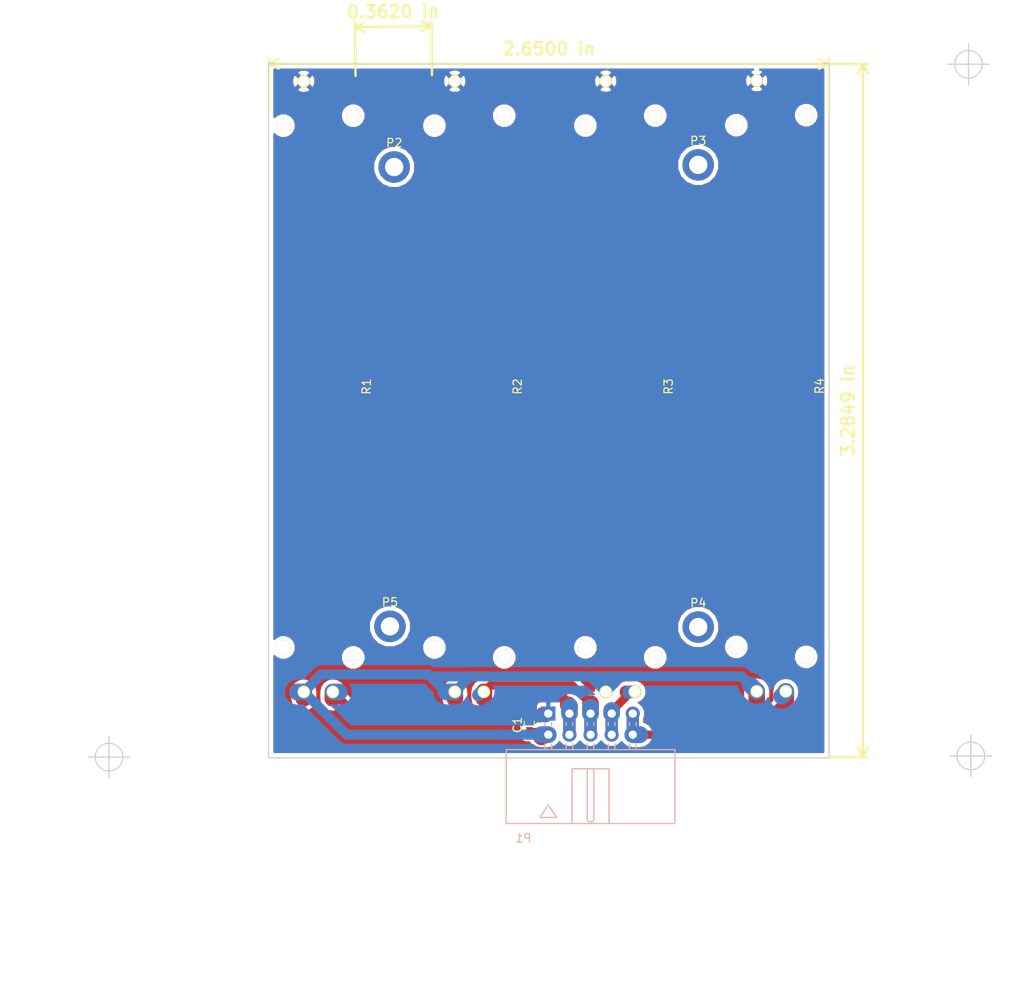
<source format=kicad_pcb>
(kicad_pcb (version 4) (host pcbnew 4.0.4-stable)

  (general
    (links 18)
    (no_connects 0)
    (area 66.675 18.806699 189.865001 139.700001)
    (thickness 1.6)
    (drawings 10)
    (tracks 93)
    (zones 0)
    (modules 10)
    (nets 11)
  )

  (page A4)
  (layers
    (0 F.Cu signal)
    (31 B.Cu signal)
    (32 B.Adhes user)
    (33 F.Adhes user)
    (34 B.Paste user)
    (35 F.Paste user)
    (36 B.SilkS user)
    (37 F.SilkS user)
    (38 B.Mask user)
    (39 F.Mask user)
    (40 Dwgs.User user)
    (41 Cmts.User user)
    (42 Eco1.User user)
    (43 Eco2.User user)
    (44 Edge.Cuts user)
    (45 Margin user)
    (46 B.CrtYd user)
    (47 F.CrtYd user)
    (48 B.Fab user)
    (49 F.Fab user)
  )

  (setup
    (last_trace_width 0.7)
    (user_trace_width 0.7)
    (user_trace_width 0.8)
    (user_trace_width 0.9)
    (user_trace_width 1)
    (user_trace_width 1.2)
    (user_trace_width 1.5)
    (user_trace_width 2)
    (trace_clearance 0.5)
    (zone_clearance 0.508)
    (zone_45_only no)
    (trace_min 0.5)
    (segment_width 0.2)
    (edge_width 0.15)
    (via_size 1)
    (via_drill 0.8)
    (via_min_size 0.8)
    (via_min_drill 0.6)
    (user_via 0.8 0.6)
    (uvia_size 0.3)
    (uvia_drill 0.1)
    (uvias_allowed no)
    (uvia_min_size 0.2)
    (uvia_min_drill 0.1)
    (pcb_text_width 0.3)
    (pcb_text_size 1.5 1.5)
    (mod_edge_width 0.15)
    (mod_text_size 1 1)
    (mod_text_width 0.15)
    (pad_size 1.524 1.524)
    (pad_drill 0.762)
    (pad_to_mask_clearance 0.2)
    (aux_axis_origin 98.9908 109.5756)
    (grid_origin 98.9908 109.5756)
    (visible_elements 7FFFFFFF)
    (pcbplotparams
      (layerselection 0x01000_80000001)
      (usegerberextensions false)
      (excludeedgelayer true)
      (linewidth 0.100000)
      (plotframeref false)
      (viasonmask false)
      (mode 1)
      (useauxorigin true)
      (hpglpennumber 1)
      (hpglpenspeed 20)
      (hpglpendiameter 15)
      (hpglpenoverlay 2)
      (psnegative false)
      (psa4output false)
      (plotreference false)
      (plotvalue false)
      (plotinvisibletext false)
      (padsonsilk false)
      (subtractmaskfromsilk false)
      (outputformat 1)
      (mirror false)
      (drillshape 0)
      (scaleselection 1)
      (outputdirectory ../GERBERS/Sliders_PCB/))
  )

  (net 0 "")
  (net 1 /VDD)
  (net 2 /GND)
  (net 3 "Net-(P1-Pad3)")
  (net 4 "Net-(P1-Pad5)")
  (net 5 "Net-(P1-Pad7)")
  (net 6 "Net-(P1-Pad10)")
  (net 7 "Net-(P2-Pad1)")
  (net 8 "Net-(P3-Pad1)")
  (net 9 "Net-(P4-Pad1)")
  (net 10 "Net-(P5-Pad1)")

  (net_class Default "This is the default net class."
    (clearance 0.5)
    (trace_width 0.7)
    (via_dia 1)
    (via_drill 0.8)
    (uvia_dia 0.3)
    (uvia_drill 0.1)
    (add_net /GND)
    (add_net /VDD)
    (add_net "Net-(P1-Pad10)")
    (add_net "Net-(P1-Pad3)")
    (add_net "Net-(P1-Pad5)")
    (add_net "Net-(P1-Pad7)")
    (add_net "Net-(P2-Pad1)")
    (add_net "Net-(P3-Pad1)")
    (add_net "Net-(P4-Pad1)")
    (add_net "Net-(P5-Pad1)")
  )

  (module Capacitors_SMD:C_0603_HandSoldering (layer F.Cu) (tedit 541A9B4D) (tstamp 588B5B80)
    (at 130.3528 105.5116 90)
    (descr "Capacitor SMD 0603, hand soldering")
    (tags "capacitor 0603")
    (path /588B503E)
    (attr smd)
    (fp_text reference C1 (at -0.1016 -1.4224 90) (layer F.SilkS)
      (effects (font (size 1 1) (thickness 0.15)))
    )
    (fp_text value 100n (at 0.0889 1.0414 90) (layer F.Fab)
      (effects (font (size 1 1) (thickness 0.15)))
    )
    (fp_line (start -0.8 0.4) (end -0.8 -0.4) (layer F.Fab) (width 0.1))
    (fp_line (start 0.8 0.4) (end -0.8 0.4) (layer F.Fab) (width 0.1))
    (fp_line (start 0.8 -0.4) (end 0.8 0.4) (layer F.Fab) (width 0.1))
    (fp_line (start -0.8 -0.4) (end 0.8 -0.4) (layer F.Fab) (width 0.1))
    (fp_line (start -1.85 -0.75) (end 1.85 -0.75) (layer F.CrtYd) (width 0.05))
    (fp_line (start -1.85 0.75) (end 1.85 0.75) (layer F.CrtYd) (width 0.05))
    (fp_line (start -1.85 -0.75) (end -1.85 0.75) (layer F.CrtYd) (width 0.05))
    (fp_line (start 1.85 -0.75) (end 1.85 0.75) (layer F.CrtYd) (width 0.05))
    (fp_line (start -0.35 -0.6) (end 0.35 -0.6) (layer F.SilkS) (width 0.12))
    (fp_line (start 0.35 0.6) (end -0.35 0.6) (layer F.SilkS) (width 0.12))
    (pad 1 smd rect (at -0.95 0 90) (size 1.2 0.75) (layers F.Cu F.Paste F.Mask)
      (net 1 /VDD))
    (pad 2 smd rect (at 0.95 0 90) (size 1.2 0.75) (layers F.Cu F.Paste F.Mask)
      (net 2 /GND))
    (model Capacitors_SMD.3dshapes/C_0603_HandSoldering.wrl
      (at (xyz 0 0 0))
      (scale (xyz 1 1 1))
      (rotate (xyz 0 0 0))
    )
  )

  (module Connectors_Multicomp:Multicomp_MC9A22-1034_2x05x2.54mm_Angled (layer B.Cu) (tedit 56C61E6B) (tstamp 58A60F34)
    (at 132.6388 104.2416)
    (descr http://www.farnell.com/cad/360651.pdf)
    (tags "connector multicomp MC9A MC9A22")
    (path /58A664D3)
    (fp_text reference P1 (at -3 15) (layer B.SilkS)
      (effects (font (size 1 1) (thickness 0.15)) (justify mirror))
    )
    (fp_text value CONN_02X05 (at 5.08 5.5) (layer B.Fab)
      (effects (font (size 1 1) (thickness 0.15)) (justify mirror))
    )
    (fp_line (start -5.07 4.34) (end -5.07 13.24) (layer B.SilkS) (width 0.15))
    (fp_line (start -5.07 13.24) (end 15.23 13.24) (layer B.SilkS) (width 0.15))
    (fp_line (start 15.23 13.24) (end 15.23 4.34) (layer B.SilkS) (width 0.15))
    (fp_line (start 15.23 4.34) (end -5.07 4.34) (layer B.SilkS) (width 0.15))
    (fp_line (start 2.855 13.24) (end 2.855 6.64) (layer B.SilkS) (width 0.15))
    (fp_line (start 2.855 6.64) (end 7.305 6.64) (layer B.SilkS) (width 0.15))
    (fp_line (start 7.305 6.64) (end 7.305 13.24) (layer B.SilkS) (width 0.15))
    (fp_line (start 4.68 6.64) (end 4.68 12.84) (layer B.SilkS) (width 0.15))
    (fp_line (start 4.68 12.84) (end 4.88 13.04) (layer B.SilkS) (width 0.15))
    (fp_line (start 4.88 13.04) (end 5.28 13.04) (layer B.SilkS) (width 0.15))
    (fp_line (start 5.28 13.04) (end 5.48 12.84) (layer B.SilkS) (width 0.15))
    (fp_line (start 5.48 12.84) (end 5.48 6.64) (layer B.SilkS) (width 0.15))
    (fp_line (start -1 12.5) (end 1 12.5) (layer B.SilkS) (width 0.15))
    (fp_line (start 1 12.5) (end 0 11) (layer B.SilkS) (width 0.15))
    (fp_line (start 0 11) (end -1 12.5) (layer B.SilkS) (width 0.15))
    (fp_line (start -5.55 -1.35) (end -5.55 13.75) (layer B.CrtYd) (width 0.05))
    (fp_line (start -5.55 13.75) (end 15.75 13.75) (layer B.CrtYd) (width 0.05))
    (fp_line (start 15.75 13.75) (end 15.75 -1.35) (layer B.CrtYd) (width 0.05))
    (fp_line (start 15.75 -1.35) (end -5.55 -1.35) (layer B.CrtYd) (width 0.05))
    (fp_line (start -0.4 1.1) (end -0.4 1.44) (layer B.SilkS) (width 0.15))
    (fp_line (start 0.4 1.1) (end 0.4 1.44) (layer B.SilkS) (width 0.15))
    (fp_line (start -0.4 3.64) (end -0.4 4.34) (layer B.SilkS) (width 0.15))
    (fp_line (start 0.4 3.64) (end 0.4 4.34) (layer B.SilkS) (width 0.15))
    (fp_line (start 2.14 1.1) (end 2.14 1.44) (layer B.SilkS) (width 0.15))
    (fp_line (start 2.94 1.1) (end 2.94 1.44) (layer B.SilkS) (width 0.15))
    (fp_line (start 2.14 3.64) (end 2.14 4.34) (layer B.SilkS) (width 0.15))
    (fp_line (start 2.94 3.64) (end 2.94 4.34) (layer B.SilkS) (width 0.15))
    (fp_line (start 4.68 1.1) (end 4.68 1.44) (layer B.SilkS) (width 0.15))
    (fp_line (start 5.48 1.1) (end 5.48 1.44) (layer B.SilkS) (width 0.15))
    (fp_line (start 4.68 3.64) (end 4.68 4.34) (layer B.SilkS) (width 0.15))
    (fp_line (start 5.48 3.64) (end 5.48 4.34) (layer B.SilkS) (width 0.15))
    (fp_line (start 7.22 1.1) (end 7.22 1.44) (layer B.SilkS) (width 0.15))
    (fp_line (start 8.02 1.1) (end 8.02 1.44) (layer B.SilkS) (width 0.15))
    (fp_line (start 7.22 3.64) (end 7.22 4.34) (layer B.SilkS) (width 0.15))
    (fp_line (start 8.02 3.64) (end 8.02 4.34) (layer B.SilkS) (width 0.15))
    (fp_line (start 9.76 1.1) (end 9.76 1.44) (layer B.SilkS) (width 0.15))
    (fp_line (start 10.56 1.1) (end 10.56 1.44) (layer B.SilkS) (width 0.15))
    (fp_line (start 9.76 3.64) (end 9.76 4.34) (layer B.SilkS) (width 0.15))
    (fp_line (start 10.56 3.64) (end 10.56 4.34) (layer B.SilkS) (width 0.15))
    (pad 1 thru_hole rect (at 0 0) (size 1.7 1.7) (drill 1) (layers *.Cu *.Mask)
      (net 2 /GND))
    (pad 2 thru_hole circle (at 0 2.54) (size 1.7 1.7) (drill 1) (layers *.Cu *.Mask)
      (net 1 /VDD))
    (pad 3 thru_hole circle (at 2.54 0) (size 1.7 1.7) (drill 1) (layers *.Cu *.Mask)
      (net 3 "Net-(P1-Pad3)"))
    (pad 4 thru_hole circle (at 2.54 2.54) (size 1.7 1.7) (drill 1) (layers *.Cu *.Mask)
      (net 3 "Net-(P1-Pad3)"))
    (pad 5 thru_hole circle (at 5.08 0) (size 1.7 1.7) (drill 1) (layers *.Cu *.Mask)
      (net 4 "Net-(P1-Pad5)"))
    (pad 6 thru_hole circle (at 5.08 2.54) (size 1.7 1.7) (drill 1) (layers *.Cu *.Mask)
      (net 4 "Net-(P1-Pad5)"))
    (pad 7 thru_hole circle (at 7.62 0) (size 1.7 1.7) (drill 1) (layers *.Cu *.Mask)
      (net 5 "Net-(P1-Pad7)"))
    (pad 8 thru_hole circle (at 7.62 2.54) (size 1.7 1.7) (drill 1) (layers *.Cu *.Mask)
      (net 5 "Net-(P1-Pad7)"))
    (pad 9 thru_hole circle (at 10.16 0) (size 1.7 1.7) (drill 1) (layers *.Cu *.Mask)
      (net 6 "Net-(P1-Pad10)"))
    (pad 10 thru_hole circle (at 10.16 2.54) (size 1.7 1.7) (drill 1) (layers *.Cu *.Mask)
      (net 6 "Net-(P1-Pad10)"))
  )

  (module Potentiometers_Bourne:Potentiometer_Bourns-PTA6043 (layer F.Cu) (tedit 56CC713D) (tstamp 58923DAB)
    (at 103.2192 101.6334 90)
    (descr "Bourns PTA6043")
    (tags "PTA6043 slider")
    (path /589238E9)
    (fp_text reference R1 (at 36.75 7.55 90) (layer F.SilkS)
      (effects (font (size 1 1) (thickness 0.15)))
    )
    (fp_text value PTA6043 (at 36.95 -3.85 90) (layer F.Fab)
      (effects (font (size 1 1) (thickness 0.15)))
    )
    (fp_line (start -0.75 6.25) (end -0.75 -2.75) (layer F.CrtYd) (width 0.05))
    (fp_line (start 74.25 6.25) (end -0.75 6.25) (layer F.CrtYd) (width 0.05))
    (fp_line (start 74.25 -2.75) (end 74.25 6.25) (layer F.CrtYd) (width 0.05))
    (fp_line (start -0.75 -2.75) (end 74.25 -2.75) (layer F.CrtYd) (width 0.05))
    (pad 2 thru_hole circle (at 0 3.5 90) (size 1.524 1.524) (drill 1.2) (layers *.Cu *.Mask F.SilkS)
      (net 3 "Net-(P1-Pad3)"))
    (pad 1 thru_hole circle (at 0 0 90) (size 1.524 1.524) (drill 1.2) (layers *.Cu *.Mask F.SilkS)
      (net 1 /VDD))
    (pad 3 thru_hole circle (at 73.5 0 90) (size 1.524 1.524) (drill 1.2) (layers *.Cu *.Mask F.SilkS)
      (net 2 /GND))
    (pad "" thru_hole circle (at 5.35 -2.45 90) (size 1.7 1.7) (drill 1.7) (layers *.Cu *.Mask F.SilkS))
    (pad "" thru_hole circle (at 4.15 5.95 90) (size 1.7 1.7) (drill 1.7) (layers *.Cu *.Mask F.SilkS))
    (pad "" thru_hole circle (at 69.35 5.95 90) (size 1.7 1.7) (drill 1.7) (layers *.Cu *.Mask F.SilkS))
    (pad "" thru_hole circle (at 68.15 -2.45 90) (size 1.7 1.7) (drill 1.7) (layers *.Cu *.Mask F.SilkS))
  )

  (module Potentiometers_Bourne:Potentiometer_Bourns-PTA6043 (layer F.Cu) (tedit 56CC713D) (tstamp 58923DB5)
    (at 121.3866 101.6254 90)
    (descr "Bourns PTA6043")
    (tags "PTA6043 slider")
    (path /589239B0)
    (fp_text reference R2 (at 36.75 7.55 90) (layer F.SilkS)
      (effects (font (size 1 1) (thickness 0.15)))
    )
    (fp_text value PTA6043 (at 36.95 -3.85 90) (layer F.Fab)
      (effects (font (size 1 1) (thickness 0.15)))
    )
    (fp_line (start -0.75 6.25) (end -0.75 -2.75) (layer F.CrtYd) (width 0.05))
    (fp_line (start 74.25 6.25) (end -0.75 6.25) (layer F.CrtYd) (width 0.05))
    (fp_line (start 74.25 -2.75) (end 74.25 6.25) (layer F.CrtYd) (width 0.05))
    (fp_line (start -0.75 -2.75) (end 74.25 -2.75) (layer F.CrtYd) (width 0.05))
    (pad 2 thru_hole circle (at 0 3.5 90) (size 1.524 1.524) (drill 1.2) (layers *.Cu *.Mask F.SilkS)
      (net 4 "Net-(P1-Pad5)"))
    (pad 1 thru_hole circle (at 0 0 90) (size 1.524 1.524) (drill 1.2) (layers *.Cu *.Mask F.SilkS)
      (net 1 /VDD))
    (pad 3 thru_hole circle (at 73.5 0 90) (size 1.524 1.524) (drill 1.2) (layers *.Cu *.Mask F.SilkS)
      (net 2 /GND))
    (pad "" thru_hole circle (at 5.35 -2.45 90) (size 1.7 1.7) (drill 1.7) (layers *.Cu *.Mask F.SilkS))
    (pad "" thru_hole circle (at 4.15 5.95 90) (size 1.7 1.7) (drill 1.7) (layers *.Cu *.Mask F.SilkS))
    (pad "" thru_hole circle (at 69.35 5.95 90) (size 1.7 1.7) (drill 1.7) (layers *.Cu *.Mask F.SilkS))
    (pad "" thru_hole circle (at 68.15 -2.45 90) (size 1.7 1.7) (drill 1.7) (layers *.Cu *.Mask F.SilkS))
  )

  (module Potentiometers_Bourne:Potentiometer_Bourns-PTA6043 (layer F.Cu) (tedit 56CC713D) (tstamp 58923DBF)
    (at 139.5476 101.6178 90)
    (descr "Bourns PTA6043")
    (tags "PTA6043 slider")
    (path /58923A9D)
    (fp_text reference R3 (at 36.75 7.55 90) (layer F.SilkS)
      (effects (font (size 1 1) (thickness 0.15)))
    )
    (fp_text value PTA6043 (at 36.95 -3.85 90) (layer F.Fab)
      (effects (font (size 1 1) (thickness 0.15)))
    )
    (fp_line (start -0.75 6.25) (end -0.75 -2.75) (layer F.CrtYd) (width 0.05))
    (fp_line (start 74.25 6.25) (end -0.75 6.25) (layer F.CrtYd) (width 0.05))
    (fp_line (start 74.25 -2.75) (end 74.25 6.25) (layer F.CrtYd) (width 0.05))
    (fp_line (start -0.75 -2.75) (end 74.25 -2.75) (layer F.CrtYd) (width 0.05))
    (pad 2 thru_hole circle (at 0 3.5 90) (size 1.524 1.524) (drill 1.2) (layers *.Cu *.Mask F.SilkS)
      (net 5 "Net-(P1-Pad7)"))
    (pad 1 thru_hole circle (at 0 0 90) (size 1.524 1.524) (drill 1.2) (layers *.Cu *.Mask F.SilkS)
      (net 1 /VDD))
    (pad 3 thru_hole circle (at 73.5 0 90) (size 1.524 1.524) (drill 1.2) (layers *.Cu *.Mask F.SilkS)
      (net 2 /GND))
    (pad "" thru_hole circle (at 5.35 -2.45 90) (size 1.7 1.7) (drill 1.7) (layers *.Cu *.Mask F.SilkS))
    (pad "" thru_hole circle (at 4.15 5.95 90) (size 1.7 1.7) (drill 1.7) (layers *.Cu *.Mask F.SilkS))
    (pad "" thru_hole circle (at 69.35 5.95 90) (size 1.7 1.7) (drill 1.7) (layers *.Cu *.Mask F.SilkS))
    (pad "" thru_hole circle (at 68.15 -2.45 90) (size 1.7 1.7) (drill 1.7) (layers *.Cu *.Mask F.SilkS))
  )

  (module Potentiometers_Bourne:Potentiometer_Bourns-PTA6043 (layer F.Cu) (tedit 56CC713D) (tstamp 58923DC9)
    (at 157.7086 101.567 90)
    (descr "Bourns PTA6043")
    (tags "PTA6043 slider")
    (path /589239FB)
    (fp_text reference R4 (at 36.75 7.55 90) (layer F.SilkS)
      (effects (font (size 1 1) (thickness 0.15)))
    )
    (fp_text value PTA6043 (at 36.95 -3.85 90) (layer F.Fab)
      (effects (font (size 1 1) (thickness 0.15)))
    )
    (fp_line (start -0.75 6.25) (end -0.75 -2.75) (layer F.CrtYd) (width 0.05))
    (fp_line (start 74.25 6.25) (end -0.75 6.25) (layer F.CrtYd) (width 0.05))
    (fp_line (start 74.25 -2.75) (end 74.25 6.25) (layer F.CrtYd) (width 0.05))
    (fp_line (start -0.75 -2.75) (end 74.25 -2.75) (layer F.CrtYd) (width 0.05))
    (pad 2 thru_hole circle (at 0 3.5 90) (size 1.524 1.524) (drill 1.2) (layers *.Cu *.Mask F.SilkS)
      (net 6 "Net-(P1-Pad10)"))
    (pad 1 thru_hole circle (at 0 0 90) (size 1.524 1.524) (drill 1.2) (layers *.Cu *.Mask F.SilkS)
      (net 1 /VDD))
    (pad 3 thru_hole circle (at 73.5 0 90) (size 1.524 1.524) (drill 1.2) (layers *.Cu *.Mask F.SilkS)
      (net 2 /GND))
    (pad "" thru_hole circle (at 5.35 -2.45 90) (size 1.7 1.7) (drill 1.7) (layers *.Cu *.Mask F.SilkS))
    (pad "" thru_hole circle (at 4.15 5.95 90) (size 1.7 1.7) (drill 1.7) (layers *.Cu *.Mask F.SilkS))
    (pad "" thru_hole circle (at 69.35 5.95 90) (size 1.7 1.7) (drill 1.7) (layers *.Cu *.Mask F.SilkS))
    (pad "" thru_hole circle (at 68.15 -2.45 90) (size 1.7 1.7) (drill 1.7) (layers *.Cu *.Mask F.SilkS))
  )

  (module Mounting_Holes:MountingHole_2.2mm_M2_DIN965_Pad (layer F.Cu) (tedit 56D1B4CB) (tstamp 58A61A07)
    (at 114.0968 38.4556)
    (descr "Mounting Hole 2.2mm, M2, DIN965")
    (tags "mounting hole 2.2mm m2 din965")
    (path /58A619C7)
    (fp_text reference P2 (at 0 -2.9) (layer F.SilkS)
      (effects (font (size 1 1) (thickness 0.15)))
    )
    (fp_text value CONN_01X01 (at 0 2.9) (layer F.Fab)
      (effects (font (size 1 1) (thickness 0.15)))
    )
    (fp_circle (center 0 0) (end 1.9 0) (layer Cmts.User) (width 0.15))
    (fp_circle (center 0 0) (end 2.15 0) (layer F.CrtYd) (width 0.05))
    (pad 1 thru_hole circle (at 0 0) (size 3.8 3.8) (drill 2.2) (layers *.Cu *.Mask)
      (net 7 "Net-(P2-Pad1)"))
  )

  (module Mounting_Holes:MountingHole_2.2mm_M2_DIN965_Pad (layer F.Cu) (tedit 56D1B4CB) (tstamp 58A61A0C)
    (at 150.6728 38.2016)
    (descr "Mounting Hole 2.2mm, M2, DIN965")
    (tags "mounting hole 2.2mm m2 din965")
    (path /58A61A91)
    (fp_text reference P3 (at 0 -2.9) (layer F.SilkS)
      (effects (font (size 1 1) (thickness 0.15)))
    )
    (fp_text value CONN_01X01 (at 0 2.9) (layer F.Fab)
      (effects (font (size 1 1) (thickness 0.15)))
    )
    (fp_circle (center 0 0) (end 1.9 0) (layer Cmts.User) (width 0.15))
    (fp_circle (center 0 0) (end 2.15 0) (layer F.CrtYd) (width 0.05))
    (pad 1 thru_hole circle (at 0 0) (size 3.8 3.8) (drill 2.2) (layers *.Cu *.Mask)
      (net 8 "Net-(P3-Pad1)"))
  )

  (module Mounting_Holes:MountingHole_2.2mm_M2_DIN965_Pad (layer F.Cu) (tedit 56D1B4CB) (tstamp 58A61A11)
    (at 150.6728 93.8276)
    (descr "Mounting Hole 2.2mm, M2, DIN965")
    (tags "mounting hole 2.2mm m2 din965")
    (path /58A61AF0)
    (fp_text reference P4 (at 0 -2.9) (layer F.SilkS)
      (effects (font (size 1 1) (thickness 0.15)))
    )
    (fp_text value CONN_01X01 (at 0 2.9) (layer F.Fab)
      (effects (font (size 1 1) (thickness 0.15)))
    )
    (fp_circle (center 0 0) (end 1.9 0) (layer Cmts.User) (width 0.15))
    (fp_circle (center 0 0) (end 2.15 0) (layer F.CrtYd) (width 0.05))
    (pad 1 thru_hole circle (at 0 0) (size 3.8 3.8) (drill 2.2) (layers *.Cu *.Mask)
      (net 9 "Net-(P4-Pad1)"))
  )

  (module Mounting_Holes:MountingHole_2.2mm_M2_DIN965_Pad (layer F.Cu) (tedit 56D1B4CB) (tstamp 58A61A16)
    (at 113.5888 93.742601)
    (descr "Mounting Hole 2.2mm, M2, DIN965")
    (tags "mounting hole 2.2mm m2 din965")
    (path /58A61B35)
    (fp_text reference P5 (at 0 -2.9) (layer F.SilkS)
      (effects (font (size 1 1) (thickness 0.15)))
    )
    (fp_text value CONN_01X01 (at 0 2.9) (layer F.Fab)
      (effects (font (size 1 1) (thickness 0.15)))
    )
    (fp_circle (center 0 0) (end 1.9 0) (layer Cmts.User) (width 0.15))
    (fp_circle (center 0 0) (end 2.15 0) (layer F.CrtYd) (width 0.05))
    (pad 1 thru_hole circle (at 0 0) (size 3.8 3.8) (drill 2.2) (layers *.Cu *.Mask)
      (net 10 "Net-(P5-Pad1)"))
  )

  (target plus (at 183.1908 26.0856) (size 5) (width 0.15) (layer Edge.Cuts) (tstamp 58B96461))
  (target plus (at 183.4708 109.3356) (size 5) (width 0.15) (layer Edge.Cuts) (tstamp 58B9645F))
  (target plus (at 79.7908 109.4756) (size 5) (width 0.15) (layer Edge.Cuts))
  (dimension 83.435672 (width 0.3) (layer F.SilkS)
    (gr_text "83,436 mm" (at 171.834915 67.778236 90) (layer F.SilkS)
      (effects (font (size 1.5 1.5) (thickness 0.3)))
    )
    (feature1 (pts (xy 166.37 26.0604) (xy 173.184915 26.0604)))
    (feature2 (pts (xy 166.37 109.496072) (xy 173.184915 109.496072)))
    (crossbar (pts (xy 170.484915 109.496072) (xy 170.484915 26.0604)))
    (arrow1a (pts (xy 170.484915 26.0604) (xy 171.071336 27.186904)))
    (arrow1b (pts (xy 170.484915 26.0604) (xy 169.898494 27.186904)))
    (arrow2a (pts (xy 170.484915 109.496072) (xy 171.071336 108.369568)))
    (arrow2b (pts (xy 170.484915 109.496072) (xy 169.898494 108.369568)))
  )
  (dimension 9.195361 (width 0.3) (layer F.SilkS)
    (gr_text "9,195 mm" (at 113.964563 20.207416 0.6330767714) (layer F.SilkS)
      (effects (font (size 1.5 1.5) (thickness 0.3)))
    )
    (feature1 (pts (xy 118.641653 27.368587) (xy 118.547047 18.806699)))
    (feature2 (pts (xy 109.446853 27.470187) (xy 109.352247 18.908299)))
    (crossbar (pts (xy 109.382079 21.608134) (xy 118.576879 21.506534)))
    (arrow1a (pts (xy 118.576879 21.506534) (xy 117.456923 22.105366)))
    (arrow1b (pts (xy 118.576879 21.506534) (xy 117.443965 20.932596)))
    (arrow2a (pts (xy 109.382079 21.608134) (xy 110.514993 22.182072)))
    (arrow2b (pts (xy 109.382079 21.608134) (xy 110.502035 21.009302)))
  )
  (gr_line (start 166.4208 26.0096) (end 98.980796 26.0096) (layer Edge.Cuts) (width 0.15))
  (gr_line (start 166.4208 109.5756) (end 166.4208 26.0096) (layer Edge.Cuts) (width 0.15))
  (gr_line (start 98.980794 109.5756) (end 166.4208 109.5756) (layer Edge.Cuts) (width 0.15))
  (gr_line (start 98.9808 26.0056) (end 98.9808 109.575701) (layer Edge.Cuts) (width 0.15))
  (dimension 67.31 (width 0.3) (layer F.SilkS)
    (gr_text 67,310mm (at 132.715 24.685) (layer F.SilkS)
      (effects (font (size 1.5 1.5) (thickness 0.3)))
    )
    (feature1 (pts (xy 166.37 31.75) (xy 166.37 23.335)))
    (feature2 (pts (xy 99.06 31.75) (xy 99.06 23.335)))
    (crossbar (pts (xy 99.06 26.035) (xy 166.37 26.035)))
    (arrow1a (pts (xy 166.37 26.035) (xy 165.243496 26.621421)))
    (arrow1b (pts (xy 166.37 26.035) (xy 165.243496 25.448579)))
    (arrow2a (pts (xy 99.06 26.035) (xy 100.186504 26.621421)))
    (arrow2b (pts (xy 99.06 26.035) (xy 100.186504 25.448579)))
  )

  (segment (start 157.7086 101.567) (end 157.7086 102.5578) (width 2) (layer F.Cu) (net 1))
  (segment (start 121.3866 101.6254) (end 121.3866 102.4014) (width 2) (layer F.Cu) (net 1))
  (segment (start 121.3866 102.4014) (end 121.3908 102.4056) (width 2) (layer F.Cu) (net 1))
  (segment (start 103.2192 101.6334) (end 103.2192 102.384) (width 2) (layer F.Cu) (net 1))
  (segment (start 103.2192 102.384) (end 103.2308 102.3956) (width 2) (layer F.Cu) (net 1))
  (segment (start 132.6388 106.7816) (end 132.1048 106.7816) (width 2) (layer F.Cu) (net 1))
  (segment (start 132.1048 106.7816) (end 131.8308 107.0556) (width 2) (layer F.Cu) (net 1))
  (segment (start 132.6388 106.7816) (end 131.7908 106.7816) (width 2) (layer B.Cu) (net 1))
  (segment (start 157.7086 101.567) (end 157.7086 101.5134) (width 2) (layer F.Cu) (net 1))
  (segment (start 157.7086 101.567) (end 156.946601 100.805001) (width 2) (layer B.Cu) (net 1))
  (segment (start 156.946601 100.805001) (end 157.1772 101.0356) (width 2) (layer B.Cu) (net 1))
  (segment (start 139.5476 101.6178) (end 139.5476 100.5624) (width 1.5) (layer B.Cu) (net 1))
  (segment (start 139.5476 101.6178) (end 139.5476 100.8488) (width 1.5) (layer F.Cu) (net 1))
  (segment (start 139.5476 100.8488) (end 139.5508 100.8456) (width 1.5) (layer F.Cu) (net 1))
  (segment (start 121.3866 101.6254) (end 120.30897 101.6254) (width 2) (layer B.Cu) (net 1))
  (segment (start 103.981199 100.871401) (end 103.2192 101.6334) (width 1.2) (layer B.Cu) (net 1))
  (segment (start 105.319211 99.533389) (end 103.981199 100.871401) (width 1.2) (layer B.Cu) (net 1))
  (segment (start 118.216959 99.533389) (end 105.319211 99.533389) (width 1.2) (layer B.Cu) (net 1))
  (segment (start 118.454969 99.771399) (end 118.216959 99.533389) (width 1.2) (layer B.Cu) (net 1))
  (segment (start 103.2192 101.6334) (end 102.483 101.6334) (width 2) (layer B.Cu) (net 1))
  (segment (start 102.483 101.6334) (end 102.4508 101.6656) (width 2) (layer B.Cu) (net 1))
  (segment (start 137.693199 99.763399) (end 141.402001 99.763399) (width 1.2) (layer B.Cu) (net 1))
  (segment (start 141.402001 99.763399) (end 141.409601 99.755799) (width 1.2) (layer B.Cu) (net 1))
  (segment (start 118.454969 99.771399) (end 123.240601 99.771399) (width 1.2) (layer B.Cu) (net 1))
  (segment (start 123.240601 99.771399) (end 123.248601 99.763399) (width 1.2) (layer B.Cu) (net 1))
  (segment (start 120.30897 101.6254) (end 118.454969 99.771399) (width 1.2) (layer B.Cu) (net 1))
  (segment (start 121.3866 101.6254) (end 123.248601 99.763399) (width 1.2) (layer B.Cu) (net 1))
  (segment (start 123.248601 99.763399) (end 137.693199 99.763399) (width 1.2) (layer B.Cu) (net 1))
  (segment (start 137.693199 99.763399) (end 138.785601 100.855801) (width 1.2) (layer B.Cu) (net 1))
  (segment (start 138.785601 100.855801) (end 139.5476 101.6178) (width 1.2) (layer B.Cu) (net 1))
  (segment (start 157.7086 101.567) (end 155.897399 99.755799) (width 1.2) (layer B.Cu) (net 1))
  (segment (start 155.897399 99.755799) (end 141.409601 99.755799) (width 1.2) (layer B.Cu) (net 1))
  (segment (start 141.409601 99.755799) (end 140.309599 100.855801) (width 1.2) (layer B.Cu) (net 1))
  (segment (start 140.309599 100.855801) (end 139.5476 101.6178) (width 1.2) (layer B.Cu) (net 1))
  (segment (start 126.5428 106.7816) (end 132.6388 106.7816) (width 1.2) (layer B.Cu) (net 1))
  (segment (start 132.6388 106.7816) (end 108.3674 106.7816) (width 1.2) (layer B.Cu) (net 1))
  (segment (start 108.3674 106.7816) (end 103.2192 101.6334) (width 1.2) (layer B.Cu) (net 1))
  (segment (start 132.3188 106.4616) (end 132.6388 106.7816) (width 1) (layer F.Cu) (net 1))
  (segment (start 130.3528 106.4616) (end 132.3188 106.4616) (width 1) (layer F.Cu) (net 1))
  (segment (start 131.67481 104.53159) (end 132.34881 104.53159) (width 1.5) (layer B.Cu) (net 2))
  (segment (start 132.34881 104.53159) (end 132.6388 104.2416) (width 1.5) (layer B.Cu) (net 2))
  (segment (start 130.3528 104.5616) (end 131.6008 104.5616) (width 1) (layer F.Cu) (net 2))
  (segment (start 132.6388 104.2416) (end 131.9208 104.2416) (width 1.5) (layer F.Cu) (net 2))
  (segment (start 131.9208 104.2416) (end 131.6008 104.5616) (width 1.5) (layer F.Cu) (net 2))
  (segment (start 135.1788 104.2416) (end 135.1788 105.9036) (width 1.5) (layer B.Cu) (net 3))
  (segment (start 135.1788 104.2416) (end 135.1788 106.7816) (width 1.5) (layer F.Cu) (net 3))
  (segment (start 109.49141 104.40561) (end 107.481199 102.395399) (width 1) (layer F.Cu) (net 3))
  (segment (start 125.729232 104.40561) (end 109.49141 104.40561) (width 1) (layer F.Cu) (net 3))
  (segment (start 127.743243 102.391599) (end 125.729232 104.40561) (width 1) (layer F.Cu) (net 3))
  (segment (start 134.53088 102.391599) (end 127.743243 102.391599) (width 1) (layer F.Cu) (net 3))
  (segment (start 107.481199 102.395399) (end 106.7192 101.6334) (width 1) (layer F.Cu) (net 3))
  (segment (start 135.1788 103.039519) (end 134.53088 102.391599) (width 1) (layer F.Cu) (net 3))
  (segment (start 135.1788 104.2416) (end 135.1788 103.039519) (width 1) (layer F.Cu) (net 3))
  (segment (start 106.7192 101.6334) (end 106.7192 102.3772) (width 2) (layer F.Cu) (net 3))
  (segment (start 106.7192 102.3772) (end 106.7008 102.3956) (width 2) (layer F.Cu) (net 3))
  (segment (start 135.1788 104.2416) (end 135.1788 103.327959) (width 2) (layer F.Cu) (net 3))
  (segment (start 135.1788 103.327959) (end 135.03458 103.183739) (width 2) (layer F.Cu) (net 3))
  (segment (start 135.1788 104.2416) (end 135.1788 103.4276) (width 2) (layer B.Cu) (net 3))
  (segment (start 135.1788 103.4276) (end 135.2108 103.3956) (width 2) (layer B.Cu) (net 3))
  (segment (start 106.7192 101.6334) (end 107.4686 101.6334) (width 2) (layer B.Cu) (net 3))
  (segment (start 107.4686 101.6334) (end 107.5008 101.6656) (width 2) (layer B.Cu) (net 3))
  (segment (start 137.7188 104.2416) (end 137.7188 105.8836) (width 1.5) (layer B.Cu) (net 4))
  (segment (start 137.7188 104.2416) (end 137.7188 106.7816) (width 1.5) (layer F.Cu) (net 4))
  (segment (start 124.8866 102.3914) (end 124.9008 102.4056) (width 2) (layer F.Cu) (net 4))
  (segment (start 124.8866 101.6254) (end 124.8866 102.3914) (width 2) (layer F.Cu) (net 4))
  (segment (start 137.710809 103.485609) (end 137.710809 104.233609) (width 2) (layer B.Cu) (net 4))
  (segment (start 137.710809 104.233609) (end 137.7188 104.2416) (width 2) (layer B.Cu) (net 4))
  (segment (start 137.7188 104.2416) (end 137.7188 103.039519) (width 2) (layer F.Cu) (net 4))
  (segment (start 124.8866 101.6254) (end 124.591 101.6254) (width 1.5) (layer B.Cu) (net 4))
  (segment (start 124.591 101.6254) (end 124.2108 102.0056) (width 1.5) (layer B.Cu) (net 4))
  (segment (start 137.7188 103.039519) (end 135.542682 100.863401) (width 1) (layer F.Cu) (net 4))
  (segment (start 125.648599 100.863401) (end 124.8866 101.6254) (width 1) (layer F.Cu) (net 4))
  (segment (start 135.542682 100.863401) (end 125.648599 100.863401) (width 1) (layer F.Cu) (net 4))
  (segment (start 140.2588 104.2416) (end 140.2588 105.8976) (width 1.5) (layer B.Cu) (net 5))
  (segment (start 140.2588 104.2416) (end 140.2588 106.7816) (width 1.5) (layer F.Cu) (net 5))
  (segment (start 141.96997 102.241988) (end 141.96997 101.6178) (width 1) (layer F.Cu) (net 5))
  (segment (start 140.2588 103.953158) (end 141.96997 102.241988) (width 1) (layer F.Cu) (net 5))
  (segment (start 140.2588 104.2416) (end 140.2588 103.953158) (width 1) (layer F.Cu) (net 5))
  (segment (start 143.0476 101.6178) (end 141.96997 101.6178) (width 1.5) (layer F.Cu) (net 5))
  (segment (start 143.0476 101.6178) (end 142.3886 101.6178) (width 1.5) (layer B.Cu) (net 5))
  (segment (start 142.3886 101.6178) (end 142.2908 101.7156) (width 1.5) (layer B.Cu) (net 5))
  (segment (start 140.2588 104.2416) (end 140.2588 103.879801) (width 2) (layer B.Cu) (net 5))
  (segment (start 140.2588 104.2416) (end 140.2588 103.879801) (width 2) (layer F.Cu) (net 5))
  (segment (start 142.7988 104.2416) (end 142.7988 105.7336) (width 1.5) (layer B.Cu) (net 6))
  (segment (start 142.7988 104.2416) (end 142.7988 106.7816) (width 1.5) (layer F.Cu) (net 6))
  (segment (start 161.2086 101.567) (end 161.2086 102.64463) (width 2) (layer F.Cu) (net 6))
  (segment (start 142.7988 106.7816) (end 157.07163 106.7816) (width 1) (layer F.Cu) (net 6))
  (segment (start 157.07163 106.7816) (end 161.2086 102.64463) (width 1) (layer F.Cu) (net 6))
  (segment (start 142.7988 106.7816) (end 143.6348 106.7816) (width 2) (layer B.Cu) (net 6))
  (segment (start 143.6348 106.7816) (end 143.6608 106.7556) (width 2) (layer B.Cu) (net 6))
  (segment (start 142.7988 106.7816) (end 143.6608 106.7816) (width 2) (layer F.Cu) (net 6))
  (segment (start 161.2086 101.567) (end 161.2086 101.6678) (width 2) (layer B.Cu) (net 6))
  (segment (start 161.2086 101.6678) (end 160.7108 102.1656) (width 2) (layer B.Cu) (net 6))

  (zone (net 2) (net_name /GND) (layer F.Cu) (tstamp 0) (hatch edge 0.508)
    (connect_pads (clearance 0.508))
    (min_thickness 0.254)
    (fill yes (arc_segments 16) (thermal_gap 0.508) (thermal_bridge_width 0.508))
    (polygon
      (pts
        (xy 67.31 21.59) (xy 189.865 20.955) (xy 189.865 139.7) (xy 66.675 139.7)
      )
    )
    (filled_polygon
      (pts
        (xy 121.039232 26.744038) (xy 120.655457 26.903003) (xy 120.585992 27.145187) (xy 121.3866 27.945795) (xy 122.187208 27.145187)
        (xy 122.117743 26.903003) (xy 121.603671 26.7196) (xy 139.536644 26.7196) (xy 139.200232 26.736438) (xy 138.816457 26.895403)
        (xy 138.746992 27.137587) (xy 139.5476 27.938195) (xy 140.348208 27.137587) (xy 140.278743 26.895403) (xy 139.785974 26.7196)
        (xy 157.279241 26.7196) (xy 156.977457 26.844603) (xy 156.907992 27.086787) (xy 157.7086 27.887395) (xy 158.509208 27.086787)
        (xy 158.439743 26.844603) (xy 158.089364 26.7196) (xy 165.7108 26.7196) (xy 165.7108 108.8656) (xy 99.6908 108.8656)
        (xy 99.6908 102.384) (xy 101.584199 102.384) (xy 101.708657 103.009688) (xy 102.06308 103.54012) (xy 102.07468 103.55172)
        (xy 102.605112 103.906143) (xy 103.2308 104.030601) (xy 103.856488 103.906143) (xy 104.38692 103.55172) (xy 104.741343 103.021288)
        (xy 104.865801 102.3956) (xy 105.065799 102.3956) (xy 105.190257 103.021288) (xy 105.54468 103.55172) (xy 106.075112 103.906143)
        (xy 106.7008 104.030601) (xy 107.326488 103.906143) (xy 107.362649 103.881981) (xy 108.688844 105.208176) (xy 109.057065 105.454214)
        (xy 109.49141 105.54061) (xy 125.729232 105.54061) (xy 126.163578 105.454213) (xy 126.531798 105.208176) (xy 128.213375 103.526599)
        (xy 129.514776 103.526599) (xy 129.439473 103.601902) (xy 129.3428 103.835291) (xy 129.3428 104.27585) (xy 129.50155 104.4346)
        (xy 130.2258 104.4346) (xy 130.2258 104.4146) (xy 130.4798 104.4146) (xy 130.4798 104.4346) (xy 130.4998 104.4346)
        (xy 130.4998 104.6886) (xy 130.4798 104.6886) (xy 130.4798 104.7086) (xy 130.2258 104.7086) (xy 130.2258 104.6886)
        (xy 129.50155 104.6886) (xy 129.3428 104.84735) (xy 129.3428 105.287909) (xy 129.439473 105.521298) (xy 129.440843 105.522668)
        (xy 129.381369 105.60971) (xy 129.33036 105.8616) (xy 129.33036 105.988098) (xy 129.304197 106.027254) (xy 129.2178 106.4616)
        (xy 129.304197 106.895946) (xy 129.33036 106.935102) (xy 129.33036 107.0616) (xy 129.374638 107.296917) (xy 129.51371 107.513041)
        (xy 129.72591 107.658031) (xy 129.9778 107.70904) (xy 130.3388 107.70904) (xy 130.67468 108.21172) (xy 131.205112 108.566143)
        (xy 131.8308 108.690601) (xy 132.456488 108.566143) (xy 132.697884 108.404847) (xy 133.264487 108.292143) (xy 133.79492 107.93772)
        (xy 133.971226 107.673859) (xy 134.336517 108.039788) (xy 134.882119 108.266342) (xy 135.472889 108.266857) (xy 136.018886 108.041256)
        (xy 136.436988 107.623883) (xy 136.448548 107.596043) (xy 136.459144 107.621686) (xy 136.876517 108.039788) (xy 137.422119 108.266342)
        (xy 138.012889 108.266857) (xy 138.558886 108.041256) (xy 138.976988 107.623883) (xy 138.988548 107.596043) (xy 138.999144 107.621686)
        (xy 139.416517 108.039788) (xy 139.962119 108.266342) (xy 140.552889 108.266857) (xy 141.098886 108.041256) (xy 141.466594 107.674189)
        (xy 141.64268 107.93772) (xy 142.173113 108.292143) (xy 142.7988 108.4166) (xy 143.6608 108.4166) (xy 144.286487 108.292143)
        (xy 144.81692 107.93772) (xy 144.831032 107.9166) (xy 157.07163 107.9166) (xy 157.505976 107.830203) (xy 157.874196 107.584166)
        (xy 161.183687 104.274675) (xy 161.2086 104.27963) (xy 161.834287 104.155173) (xy 162.36472 103.80075) (xy 162.719143 103.270317)
        (xy 162.8436 102.64463) (xy 162.8436 101.567) (xy 162.719143 100.941313) (xy 162.36472 100.41088) (xy 161.834287 100.056457)
        (xy 161.2086 99.932) (xy 160.582913 100.056457) (xy 160.05248 100.41088) (xy 159.698057 100.941313) (xy 159.5736 101.567)
        (xy 159.5736 102.64463) (xy 159.578555 102.669543) (xy 159.257514 102.990584) (xy 159.3436 102.5578) (xy 159.3436 101.5134)
        (xy 159.219143 100.887713) (xy 158.86472 100.35728) (xy 158.334287 100.002857) (xy 157.7086 99.8784) (xy 157.082913 100.002857)
        (xy 156.55248 100.35728) (xy 156.198057 100.887713) (xy 156.0736 101.5134) (xy 156.0736 102.5578) (xy 156.198057 103.183487)
        (xy 156.55248 103.71392) (xy 157.082913 104.068343) (xy 157.7086 104.1928) (xy 158.141384 104.106714) (xy 156.601498 105.6466)
        (xy 144.831032 105.6466) (xy 144.81692 105.62548) (xy 144.286487 105.271057) (xy 144.1838 105.250631) (xy 144.1838 104.778486)
        (xy 144.283542 104.538281) (xy 144.284057 103.947511) (xy 144.058456 103.401514) (xy 143.641083 102.983412) (xy 143.521244 102.93365)
        (xy 143.837903 102.80281) (xy 144.231229 102.41017) (xy 144.444357 101.8969) (xy 144.444842 101.341139) (xy 144.23261 100.827497)
        (xy 143.83997 100.434171) (xy 143.3267 100.221043) (xy 142.770939 100.220558) (xy 142.741311 100.2328) (xy 141.96997 100.2328)
        (xy 141.439953 100.338227) (xy 140.990627 100.638457) (xy 140.916626 100.749207) (xy 140.830373 100.315584) (xy 140.530143 99.866257)
        (xy 140.080816 99.566027) (xy 139.5508 99.4606) (xy 139.020784 99.566027) (xy 138.571457 99.866257) (xy 138.568257 99.869457)
        (xy 138.268027 100.318783) (xy 138.1626 100.8488) (xy 138.1626 101.310386) (xy 138.150843 101.3387) (xy 138.150711 101.490431)
        (xy 137.7188 101.404519) (xy 137.693887 101.409474) (xy 136.345248 100.060835) (xy 136.258478 100.002857) (xy 135.977028 99.814798)
        (xy 135.542682 99.728401) (xy 125.648599 99.728401) (xy 125.214253 99.814798) (xy 124.93657 100.00034) (xy 124.8866 99.9904)
        (xy 124.260913 100.114857) (xy 123.73048 100.46928) (xy 123.376057 100.999713) (xy 123.2516 101.6254) (xy 123.2516 102.391395)
        (xy 123.251599 102.3914) (xy 123.376057 103.017088) (xy 123.545455 103.27061) (xy 122.741433 103.27061) (xy 122.901343 103.031288)
        (xy 123.025801 102.4056) (xy 123.0216 102.38448) (xy 123.0216 101.6254) (xy 122.897143 100.999713) (xy 122.54272 100.46928)
        (xy 122.012287 100.114857) (xy 121.3866 99.9904) (xy 120.760913 100.114857) (xy 120.23048 100.46928) (xy 119.876057 100.999713)
        (xy 119.7516 101.6254) (xy 119.7516 102.401395) (xy 119.751599 102.4014) (xy 119.876057 103.027088) (xy 120.038773 103.27061)
        (xy 109.961542 103.27061) (xy 108.3542 101.663268) (xy 108.3542 101.6334) (xy 108.229743 101.007713) (xy 107.87532 100.47728)
        (xy 107.344887 100.122857) (xy 106.7192 99.9984) (xy 106.093513 100.122857) (xy 105.56308 100.47728) (xy 105.208657 101.007713)
        (xy 105.0842 101.6334) (xy 105.0842 102.303093) (xy 105.065799 102.3956) (xy 104.865801 102.3956) (xy 104.8542 102.337278)
        (xy 104.8542 101.6334) (xy 104.729743 101.007713) (xy 104.37532 100.47728) (xy 103.844887 100.122857) (xy 103.2192 99.9984)
        (xy 102.593513 100.122857) (xy 102.06308 100.47728) (xy 101.708657 101.007713) (xy 101.5842 101.6334) (xy 101.5842 102.383995)
        (xy 101.584199 102.384) (xy 99.6908 102.384) (xy 99.6908 97.777489) (xy 107.683943 97.777489) (xy 107.909544 98.323486)
        (xy 108.326917 98.741588) (xy 108.872519 98.968142) (xy 109.463289 98.968657) (xy 110.009286 98.743056) (xy 110.427388 98.325683)
        (xy 110.653942 97.780081) (xy 110.653951 97.769489) (xy 125.851343 97.769489) (xy 126.076944 98.315486) (xy 126.494317 98.733588)
        (xy 127.039919 98.960142) (xy 127.630689 98.960657) (xy 128.176686 98.735056) (xy 128.594788 98.317683) (xy 128.821342 97.772081)
        (xy 128.82135 97.761889) (xy 144.012343 97.761889) (xy 144.237944 98.307886) (xy 144.655317 98.725988) (xy 145.200919 98.952542)
        (xy 145.791689 98.953057) (xy 146.337686 98.727456) (xy 146.755788 98.310083) (xy 146.982342 97.764481) (xy 146.982388 97.711089)
        (xy 162.173343 97.711089) (xy 162.398944 98.257086) (xy 162.816317 98.675188) (xy 163.361919 98.901742) (xy 163.952689 98.902257)
        (xy 164.498686 98.676656) (xy 164.916788 98.259283) (xy 165.143342 97.713681) (xy 165.143857 97.122911) (xy 164.918256 96.576914)
        (xy 164.500883 96.158812) (xy 163.955281 95.932258) (xy 163.364511 95.931743) (xy 162.818514 96.157344) (xy 162.400412 96.574717)
        (xy 162.173858 97.120319) (xy 162.173343 97.711089) (xy 146.982388 97.711089) (xy 146.982857 97.173711) (xy 146.757256 96.627714)
        (xy 146.640835 96.511089) (xy 153.773343 96.511089) (xy 153.998944 97.057086) (xy 154.416317 97.475188) (xy 154.961919 97.701742)
        (xy 155.552689 97.702257) (xy 156.098686 97.476656) (xy 156.516788 97.059283) (xy 156.743342 96.513681) (xy 156.743857 95.922911)
        (xy 156.518256 95.376914) (xy 156.100883 94.958812) (xy 155.555281 94.732258) (xy 154.964511 94.731743) (xy 154.418514 94.957344)
        (xy 154.000412 95.374717) (xy 153.773858 95.920319) (xy 153.773343 96.511089) (xy 146.640835 96.511089) (xy 146.339883 96.209612)
        (xy 145.794281 95.983058) (xy 145.203511 95.982543) (xy 144.657514 96.208144) (xy 144.239412 96.625517) (xy 144.012858 97.171119)
        (xy 144.012343 97.761889) (xy 128.82135 97.761889) (xy 128.821857 97.181311) (xy 128.596256 96.635314) (xy 128.52296 96.561889)
        (xy 135.612343 96.561889) (xy 135.837944 97.107886) (xy 136.255317 97.525988) (xy 136.800919 97.752542) (xy 137.391689 97.753057)
        (xy 137.937686 97.527456) (xy 138.355788 97.110083) (xy 138.582342 96.564481) (xy 138.582857 95.973711) (xy 138.357256 95.427714)
        (xy 137.939883 95.009612) (xy 137.394281 94.783058) (xy 136.803511 94.782543) (xy 136.257514 95.008144) (xy 135.839412 95.425517)
        (xy 135.612858 95.971119) (xy 135.612343 96.561889) (xy 128.52296 96.561889) (xy 128.178883 96.217212) (xy 127.633281 95.990658)
        (xy 127.042511 95.990143) (xy 126.496514 96.215744) (xy 126.078412 96.633117) (xy 125.851858 97.178719) (xy 125.851343 97.769489)
        (xy 110.653951 97.769489) (xy 110.654457 97.189311) (xy 110.428856 96.643314) (xy 110.35516 96.569489) (xy 117.451343 96.569489)
        (xy 117.676944 97.115486) (xy 118.094317 97.533588) (xy 118.639919 97.760142) (xy 119.230689 97.760657) (xy 119.776686 97.535056)
        (xy 120.194788 97.117683) (xy 120.421342 96.572081) (xy 120.421857 95.981311) (xy 120.196256 95.435314) (xy 119.778883 95.017212)
        (xy 119.233281 94.790658) (xy 118.642511 94.790143) (xy 118.096514 95.015744) (xy 117.678412 95.433117) (xy 117.451858 95.978719)
        (xy 117.451343 96.569489) (xy 110.35516 96.569489) (xy 110.011483 96.225212) (xy 109.465881 95.998658) (xy 108.875111 95.998143)
        (xy 108.329114 96.223744) (xy 107.911012 96.641117) (xy 107.684458 97.186719) (xy 107.683943 97.777489) (xy 99.6908 97.777489)
        (xy 99.6908 97.305059) (xy 99.926917 97.541588) (xy 100.472519 97.768142) (xy 101.063289 97.768657) (xy 101.609286 97.543056)
        (xy 102.027388 97.125683) (xy 102.253942 96.580081) (xy 102.254457 95.989311) (xy 102.028856 95.443314) (xy 101.611483 95.025212)
        (xy 101.065881 94.798658) (xy 100.475111 94.798143) (xy 99.929114 95.023744) (xy 99.6908 95.261642) (xy 99.6908 94.244632)
        (xy 111.053361 94.244632) (xy 111.438478 95.176687) (xy 112.150963 95.890417) (xy 113.082345 96.27716) (xy 114.090831 96.27804)
        (xy 115.022886 95.892923) (xy 115.736616 95.180438) (xy 116.089901 94.329631) (xy 148.137361 94.329631) (xy 148.522478 95.261686)
        (xy 149.234963 95.975416) (xy 150.166345 96.362159) (xy 151.174831 96.363039) (xy 152.106886 95.977922) (xy 152.820616 95.265437)
        (xy 153.207359 94.334055) (xy 153.208239 93.325569) (xy 152.823122 92.393514) (xy 152.110637 91.679784) (xy 151.179255 91.293041)
        (xy 150.170769 91.292161) (xy 149.238714 91.677278) (xy 148.524984 92.389763) (xy 148.138241 93.321145) (xy 148.137361 94.329631)
        (xy 116.089901 94.329631) (xy 116.123359 94.249056) (xy 116.124239 93.24057) (xy 115.739122 92.308515) (xy 115.026637 91.594785)
        (xy 114.095255 91.208042) (xy 113.086769 91.207162) (xy 112.154714 91.592279) (xy 111.440984 92.304764) (xy 111.054241 93.236146)
        (xy 111.053361 94.244632) (xy 99.6908 94.244632) (xy 99.6908 38.957631) (xy 111.561361 38.957631) (xy 111.946478 39.889686)
        (xy 112.658963 40.603416) (xy 113.590345 40.990159) (xy 114.598831 40.991039) (xy 115.530886 40.605922) (xy 116.244616 39.893437)
        (xy 116.631359 38.962055) (xy 116.631584 38.703631) (xy 148.137361 38.703631) (xy 148.522478 39.635686) (xy 149.234963 40.349416)
        (xy 150.166345 40.736159) (xy 151.174831 40.737039) (xy 152.106886 40.351922) (xy 152.820616 39.639437) (xy 153.207359 38.708055)
        (xy 153.208239 37.699569) (xy 152.823122 36.767514) (xy 152.110637 36.053784) (xy 151.179255 35.667041) (xy 150.170769 35.666161)
        (xy 149.238714 36.051278) (xy 148.524984 36.763763) (xy 148.138241 37.695145) (xy 148.137361 38.703631) (xy 116.631584 38.703631)
        (xy 116.632239 37.953569) (xy 116.247122 37.021514) (xy 115.534637 36.307784) (xy 114.603255 35.921041) (xy 113.594769 35.920161)
        (xy 112.662714 36.305278) (xy 111.948984 37.017763) (xy 111.562241 37.949145) (xy 111.561361 38.957631) (xy 99.6908 38.957631)
        (xy 99.6908 34.505059) (xy 99.926917 34.741588) (xy 100.472519 34.968142) (xy 101.063289 34.968657) (xy 101.609286 34.743056)
        (xy 102.027388 34.325683) (xy 102.253942 33.780081) (xy 102.253951 33.769489) (xy 117.451343 33.769489) (xy 117.676944 34.315486)
        (xy 118.094317 34.733588) (xy 118.639919 34.960142) (xy 119.230689 34.960657) (xy 119.776686 34.735056) (xy 120.194788 34.317683)
        (xy 120.421342 33.772081) (xy 120.42135 33.761889) (xy 135.612343 33.761889) (xy 135.837944 34.307886) (xy 136.255317 34.725988)
        (xy 136.800919 34.952542) (xy 137.391689 34.953057) (xy 137.937686 34.727456) (xy 138.355788 34.310083) (xy 138.582342 33.764481)
        (xy 138.582857 33.173711) (xy 138.357256 32.627714) (xy 138.291546 32.561889) (xy 144.012343 32.561889) (xy 144.237944 33.107886)
        (xy 144.655317 33.525988) (xy 145.200919 33.752542) (xy 145.791689 33.753057) (xy 145.893259 33.711089) (xy 153.773343 33.711089)
        (xy 153.998944 34.257086) (xy 154.416317 34.675188) (xy 154.961919 34.901742) (xy 155.552689 34.902257) (xy 156.098686 34.676656)
        (xy 156.516788 34.259283) (xy 156.743342 33.713681) (xy 156.743857 33.122911) (xy 156.518256 32.576914) (xy 156.452546 32.511089)
        (xy 162.173343 32.511089) (xy 162.398944 33.057086) (xy 162.816317 33.475188) (xy 163.361919 33.701742) (xy 163.952689 33.702257)
        (xy 164.498686 33.476656) (xy 164.916788 33.059283) (xy 165.143342 32.513681) (xy 165.143857 31.922911) (xy 164.918256 31.376914)
        (xy 164.500883 30.958812) (xy 163.955281 30.732258) (xy 163.364511 30.731743) (xy 162.818514 30.957344) (xy 162.400412 31.374717)
        (xy 162.173858 31.920319) (xy 162.173343 32.511089) (xy 156.452546 32.511089) (xy 156.100883 32.158812) (xy 155.555281 31.932258)
        (xy 154.964511 31.931743) (xy 154.418514 32.157344) (xy 154.000412 32.574717) (xy 153.773858 33.120319) (xy 153.773343 33.711089)
        (xy 145.893259 33.711089) (xy 146.337686 33.527456) (xy 146.755788 33.110083) (xy 146.982342 32.564481) (xy 146.982857 31.973711)
        (xy 146.757256 31.427714) (xy 146.339883 31.009612) (xy 145.794281 30.783058) (xy 145.203511 30.782543) (xy 144.657514 31.008144)
        (xy 144.239412 31.425517) (xy 144.012858 31.971119) (xy 144.012343 32.561889) (xy 138.291546 32.561889) (xy 137.939883 32.209612)
        (xy 137.394281 31.983058) (xy 136.803511 31.982543) (xy 136.257514 32.208144) (xy 135.839412 32.625517) (xy 135.612858 33.171119)
        (xy 135.612343 33.761889) (xy 120.42135 33.761889) (xy 120.421857 33.181311) (xy 120.196256 32.635314) (xy 120.130546 32.569489)
        (xy 125.851343 32.569489) (xy 126.076944 33.115486) (xy 126.494317 33.533588) (xy 127.039919 33.760142) (xy 127.630689 33.760657)
        (xy 128.176686 33.535056) (xy 128.594788 33.117683) (xy 128.821342 32.572081) (xy 128.821857 31.981311) (xy 128.596256 31.435314)
        (xy 128.178883 31.017212) (xy 127.633281 30.790658) (xy 127.042511 30.790143) (xy 126.496514 31.015744) (xy 126.078412 31.433117)
        (xy 125.851858 31.978719) (xy 125.851343 32.569489) (xy 120.130546 32.569489) (xy 119.778883 32.217212) (xy 119.233281 31.990658)
        (xy 118.642511 31.990143) (xy 118.096514 32.215744) (xy 117.678412 32.633117) (xy 117.451858 33.178719) (xy 117.451343 33.769489)
        (xy 102.253951 33.769489) (xy 102.254457 33.189311) (xy 102.028856 32.643314) (xy 101.963146 32.577489) (xy 107.683943 32.577489)
        (xy 107.909544 33.123486) (xy 108.326917 33.541588) (xy 108.872519 33.768142) (xy 109.463289 33.768657) (xy 110.009286 33.543056)
        (xy 110.427388 33.125683) (xy 110.653942 32.580081) (xy 110.654457 31.989311) (xy 110.428856 31.443314) (xy 110.011483 31.025212)
        (xy 109.465881 30.798658) (xy 108.875111 30.798143) (xy 108.329114 31.023744) (xy 107.911012 31.441117) (xy 107.684458 31.986719)
        (xy 107.683943 32.577489) (xy 101.963146 32.577489) (xy 101.611483 32.225212) (xy 101.065881 31.998658) (xy 100.475111 31.998143)
        (xy 99.929114 32.223744) (xy 99.6908 32.461642) (xy 99.6908 29.113613) (xy 102.418592 29.113613) (xy 102.488057 29.355797)
        (xy 103.011502 29.542544) (xy 103.566568 29.514762) (xy 103.950343 29.355797) (xy 104.019808 29.113613) (xy 104.011808 29.105613)
        (xy 120.585992 29.105613) (xy 120.655457 29.347797) (xy 121.178902 29.534544) (xy 121.733968 29.506762) (xy 122.117743 29.347797)
        (xy 122.187208 29.105613) (xy 122.179608 29.098013) (xy 138.746992 29.098013) (xy 138.816457 29.340197) (xy 139.339902 29.526944)
        (xy 139.894968 29.499162) (xy 140.278743 29.340197) (xy 140.348208 29.098013) (xy 140.297408 29.047213) (xy 156.907992 29.047213)
        (xy 156.977457 29.289397) (xy 157.500902 29.476144) (xy 158.055968 29.448362) (xy 158.439743 29.289397) (xy 158.509208 29.047213)
        (xy 157.7086 28.246605) (xy 156.907992 29.047213) (xy 140.297408 29.047213) (xy 139.5476 28.297405) (xy 138.746992 29.098013)
        (xy 122.179608 29.098013) (xy 121.3866 28.305005) (xy 120.585992 29.105613) (xy 104.011808 29.105613) (xy 103.2192 28.313005)
        (xy 102.418592 29.113613) (xy 99.6908 29.113613) (xy 99.6908 27.925702) (xy 101.810056 27.925702) (xy 101.837838 28.480768)
        (xy 101.996803 28.864543) (xy 102.238987 28.934008) (xy 103.039595 28.1334) (xy 103.398805 28.1334) (xy 104.199413 28.934008)
        (xy 104.441597 28.864543) (xy 104.628344 28.341098) (xy 104.607153 27.917702) (xy 119.977456 27.917702) (xy 120.005238 28.472768)
        (xy 120.164203 28.856543) (xy 120.406387 28.926008) (xy 121.206995 28.1254) (xy 121.566205 28.1254) (xy 122.366813 28.926008)
        (xy 122.608997 28.856543) (xy 122.795744 28.333098) (xy 122.774573 27.910102) (xy 138.138456 27.910102) (xy 138.166238 28.465168)
        (xy 138.325203 28.848943) (xy 138.567387 28.918408) (xy 139.367995 28.1178) (xy 139.727205 28.1178) (xy 140.527813 28.918408)
        (xy 140.769997 28.848943) (xy 140.956744 28.325498) (xy 140.933411 27.859302) (xy 156.299456 27.859302) (xy 156.327238 28.414368)
        (xy 156.486203 28.798143) (xy 156.728387 28.867608) (xy 157.528995 28.067) (xy 157.888205 28.067) (xy 158.688813 28.867608)
        (xy 158.930997 28.798143) (xy 159.117744 28.274698) (xy 159.089962 27.719632) (xy 158.930997 27.335857) (xy 158.688813 27.266392)
        (xy 157.888205 28.067) (xy 157.528995 28.067) (xy 156.728387 27.266392) (xy 156.486203 27.335857) (xy 156.299456 27.859302)
        (xy 140.933411 27.859302) (xy 140.928962 27.770432) (xy 140.769997 27.386657) (xy 140.527813 27.317192) (xy 139.727205 28.1178)
        (xy 139.367995 28.1178) (xy 138.567387 27.317192) (xy 138.325203 27.386657) (xy 138.138456 27.910102) (xy 122.774573 27.910102)
        (xy 122.767962 27.778032) (xy 122.608997 27.394257) (xy 122.366813 27.324792) (xy 121.566205 28.1254) (xy 121.206995 28.1254)
        (xy 120.406387 27.324792) (xy 120.164203 27.394257) (xy 119.977456 27.917702) (xy 104.607153 27.917702) (xy 104.600562 27.786032)
        (xy 104.441597 27.402257) (xy 104.199413 27.332792) (xy 103.398805 28.1334) (xy 103.039595 28.1334) (xy 102.238987 27.332792)
        (xy 101.996803 27.402257) (xy 101.810056 27.925702) (xy 99.6908 27.925702) (xy 99.6908 27.153187) (xy 102.418592 27.153187)
        (xy 103.2192 27.953795) (xy 104.019808 27.153187) (xy 103.950343 26.911003) (xy 103.426898 26.724256) (xy 102.871832 26.752038)
        (xy 102.488057 26.911003) (xy 102.418592 27.153187) (xy 99.6908 27.153187) (xy 99.6908 26.7196) (xy 121.527487 26.7196)
      )
    )
    (filled_polygon
      (pts
        (xy 132.7658 104.1146) (xy 132.7858 104.1146) (xy 132.7858 104.3686) (xy 132.7658 104.3686) (xy 132.7658 104.3886)
        (xy 132.5118 104.3886) (xy 132.5118 104.3686) (xy 132.4918 104.3686) (xy 132.4918 104.1146) (xy 132.5118 104.1146)
        (xy 132.5118 104.0946) (xy 132.7658 104.0946)
      )
    )
  )
  (zone (net 2) (net_name /GND) (layer B.Cu) (tstamp 0) (hatch edge 0.508)
    (connect_pads (clearance 0.508))
    (min_thickness 0.254)
    (fill yes (arc_segments 16) (thermal_gap 0.508) (thermal_bridge_width 0.508))
    (polygon
      (pts
        (xy 67.31 21.59) (xy 189.865 20.955) (xy 189.865 139.7) (xy 66.675 139.7) (xy 67.31 20.955)
      )
    )
    (filled_polygon
      (pts
        (xy 121.039232 26.744038) (xy 120.655457 26.903003) (xy 120.585992 27.145187) (xy 121.3866 27.945795) (xy 122.187208 27.145187)
        (xy 122.117743 26.903003) (xy 121.603671 26.7196) (xy 139.536644 26.7196) (xy 139.200232 26.736438) (xy 138.816457 26.895403)
        (xy 138.746992 27.137587) (xy 139.5476 27.938195) (xy 140.348208 27.137587) (xy 140.278743 26.895403) (xy 139.785974 26.7196)
        (xy 157.279241 26.7196) (xy 156.977457 26.844603) (xy 156.907992 27.086787) (xy 157.7086 27.887395) (xy 158.509208 27.086787)
        (xy 158.439743 26.844603) (xy 158.089364 26.7196) (xy 165.7108 26.7196) (xy 165.7108 108.8656) (xy 99.6908 108.8656)
        (xy 99.6908 101.6656) (xy 100.815799 101.6656) (xy 100.940257 102.291288) (xy 101.29468 102.82172) (xy 101.825112 103.176143)
        (xy 102.4508 103.300601) (xy 102.612684 103.2684) (xy 103.107646 103.2684) (xy 107.494123 107.654877) (xy 107.894786 107.922591)
        (xy 108.3674 108.0166) (xy 130.752733 108.0166) (xy 131.165113 108.292143) (xy 131.7908 108.4166) (xy 132.6388 108.4166)
        (xy 133.264487 108.292143) (xy 133.79492 107.93772) (xy 133.971226 107.673859) (xy 134.336517 108.039788) (xy 134.882119 108.266342)
        (xy 135.472889 108.266857) (xy 136.018886 108.041256) (xy 136.436988 107.623883) (xy 136.448548 107.596043) (xy 136.459144 107.621686)
        (xy 136.876517 108.039788) (xy 137.422119 108.266342) (xy 138.012889 108.266857) (xy 138.558886 108.041256) (xy 138.976988 107.623883)
        (xy 138.988548 107.596043) (xy 138.999144 107.621686) (xy 139.416517 108.039788) (xy 139.962119 108.266342) (xy 140.552889 108.266857)
        (xy 141.098886 108.041256) (xy 141.466594 107.674189) (xy 141.64268 107.93772) (xy 142.173113 108.292143) (xy 142.7988 108.4166)
        (xy 143.634795 108.4166) (xy 143.6348 108.416601) (xy 144.260488 108.292143) (xy 144.79092 107.93772) (xy 144.81692 107.911719)
        (xy 145.171343 107.381287) (xy 145.295801 106.7556) (xy 145.171343 106.129912) (xy 144.81692 105.59948) (xy 144.286488 105.245057)
        (xy 144.1838 105.224631) (xy 144.1838 104.778486) (xy 144.283542 104.538281) (xy 144.284057 103.947511) (xy 144.058456 103.401514)
        (xy 143.641083 102.983412) (xy 143.521244 102.93365) (xy 143.837903 102.80281) (xy 144.231229 102.41017) (xy 144.444357 101.8969)
        (xy 144.444842 101.341139) (xy 144.300085 100.990799) (xy 155.348558 100.990799) (xy 155.436058 101.430689) (xy 155.790481 101.961121)
        (xy 156.55248 102.723119) (xy 157.082912 103.077542) (xy 157.7086 103.202) (xy 158.334287 103.077542) (xy 158.864719 102.723119)
        (xy 159.112834 102.351788) (xy 159.200257 102.791288) (xy 159.55468 103.32172) (xy 160.085112 103.676143) (xy 160.7108 103.800601)
        (xy 161.336488 103.676143) (xy 161.86692 103.32172) (xy 162.364717 102.823922) (xy 162.36472 102.82392) (xy 162.719143 102.293487)
        (xy 162.71958 102.291288) (xy 162.843601 101.6678) (xy 162.8436 101.667795) (xy 162.8436 101.567) (xy 162.719143 100.941313)
        (xy 162.36472 100.41088) (xy 161.834287 100.056457) (xy 161.2086 99.932) (xy 160.582913 100.056457) (xy 160.05248 100.41088)
        (xy 159.849503 100.714658) (xy 159.55468 101.00948) (xy 159.306565 101.380811) (xy 159.219142 100.941312) (xy 158.864719 100.41088)
        (xy 158.102721 99.648881) (xy 157.572289 99.294458) (xy 157.085853 99.197699) (xy 156.770676 98.882522) (xy 156.370013 98.614808)
        (xy 155.897399 98.520799) (xy 146.544704 98.520799) (xy 146.755788 98.310083) (xy 146.982342 97.764481) (xy 146.982388 97.711089)
        (xy 162.173343 97.711089) (xy 162.398944 98.257086) (xy 162.816317 98.675188) (xy 163.361919 98.901742) (xy 163.952689 98.902257)
        (xy 164.498686 98.676656) (xy 164.916788 98.259283) (xy 165.143342 97.713681) (xy 165.143857 97.122911) (xy 164.918256 96.576914)
        (xy 164.500883 96.158812) (xy 163.955281 95.932258) (xy 163.364511 95.931743) (xy 162.818514 96.157344) (xy 162.400412 96.574717)
        (xy 162.173858 97.120319) (xy 162.173343 97.711089) (xy 146.982388 97.711089) (xy 146.982857 97.173711) (xy 146.757256 96.627714)
        (xy 146.640835 96.511089) (xy 153.773343 96.511089) (xy 153.998944 97.057086) (xy 154.416317 97.475188) (xy 154.961919 97.701742)
        (xy 155.552689 97.702257) (xy 156.098686 97.476656) (xy 156.516788 97.059283) (xy 156.743342 96.513681) (xy 156.743857 95.922911)
        (xy 156.518256 95.376914) (xy 156.100883 94.958812) (xy 155.555281 94.732258) (xy 154.964511 94.731743) (xy 154.418514 94.957344)
        (xy 154.000412 95.374717) (xy 153.773858 95.920319) (xy 153.773343 96.511089) (xy 146.640835 96.511089) (xy 146.339883 96.209612)
        (xy 145.794281 95.983058) (xy 145.203511 95.982543) (xy 144.657514 96.208144) (xy 144.239412 96.625517) (xy 144.012858 97.171119)
        (xy 144.012343 97.761889) (xy 144.237944 98.307886) (xy 144.450486 98.520799) (xy 141.409601 98.520799) (xy 141.371393 98.528399)
        (xy 128.383704 98.528399) (xy 128.594788 98.317683) (xy 128.821342 97.772081) (xy 128.821857 97.181311) (xy 128.596256 96.635314)
        (xy 128.52296 96.561889) (xy 135.612343 96.561889) (xy 135.837944 97.107886) (xy 136.255317 97.525988) (xy 136.800919 97.752542)
        (xy 137.391689 97.753057) (xy 137.937686 97.527456) (xy 138.355788 97.110083) (xy 138.582342 96.564481) (xy 138.582857 95.973711)
        (xy 138.357256 95.427714) (xy 137.939883 95.009612) (xy 137.394281 94.783058) (xy 136.803511 94.782543) (xy 136.257514 95.008144)
        (xy 135.839412 95.425517) (xy 135.612858 95.971119) (xy 135.612343 96.561889) (xy 128.52296 96.561889) (xy 128.178883 96.217212)
        (xy 127.633281 95.990658) (xy 127.042511 95.990143) (xy 126.496514 96.215744) (xy 126.078412 96.633117) (xy 125.851858 97.178719)
        (xy 125.851343 97.769489) (xy 126.076944 98.315486) (xy 126.289486 98.528399) (xy 123.248601 98.528399) (xy 123.208382 98.536399)
        (xy 118.905086 98.536399) (xy 118.689573 98.392398) (xy 118.216959 98.298389) (xy 110.438721 98.298389) (xy 110.653942 97.780081)
        (xy 110.654457 97.189311) (xy 110.428856 96.643314) (xy 110.35516 96.569489) (xy 117.451343 96.569489) (xy 117.676944 97.115486)
        (xy 118.094317 97.533588) (xy 118.639919 97.760142) (xy 119.230689 97.760657) (xy 119.776686 97.535056) (xy 120.194788 97.117683)
        (xy 120.421342 96.572081) (xy 120.421857 95.981311) (xy 120.196256 95.435314) (xy 119.778883 95.017212) (xy 119.233281 94.790658)
        (xy 118.642511 94.790143) (xy 118.096514 95.015744) (xy 117.678412 95.433117) (xy 117.451858 95.978719) (xy 117.451343 96.569489)
        (xy 110.35516 96.569489) (xy 110.011483 96.225212) (xy 109.465881 95.998658) (xy 108.875111 95.998143) (xy 108.329114 96.223744)
        (xy 107.911012 96.641117) (xy 107.684458 97.186719) (xy 107.683943 97.777489) (xy 107.899174 98.298389) (xy 105.319211 98.298389)
        (xy 104.846597 98.392398) (xy 104.445934 98.660112) (xy 103.107646 99.9984) (xy 102.483005 99.9984) (xy 102.483 99.998399)
        (xy 101.857313 100.122857) (xy 101.32688 100.47728) (xy 101.326878 100.477283) (xy 101.29468 100.50948) (xy 100.940257 101.039912)
        (xy 100.815799 101.6656) (xy 99.6908 101.6656) (xy 99.6908 97.305059) (xy 99.926917 97.541588) (xy 100.472519 97.768142)
        (xy 101.063289 97.768657) (xy 101.609286 97.543056) (xy 102.027388 97.125683) (xy 102.253942 96.580081) (xy 102.254457 95.989311)
        (xy 102.028856 95.443314) (xy 101.611483 95.025212) (xy 101.065881 94.798658) (xy 100.475111 94.798143) (xy 99.929114 95.023744)
        (xy 99.6908 95.261642) (xy 99.6908 94.244632) (xy 111.053361 94.244632) (xy 111.438478 95.176687) (xy 112.150963 95.890417)
        (xy 113.082345 96.27716) (xy 114.090831 96.27804) (xy 115.022886 95.892923) (xy 115.736616 95.180438) (xy 116.089901 94.329631)
        (xy 148.137361 94.329631) (xy 148.522478 95.261686) (xy 149.234963 95.975416) (xy 150.166345 96.362159) (xy 151.174831 96.363039)
        (xy 152.106886 95.977922) (xy 152.820616 95.265437) (xy 153.207359 94.334055) (xy 153.208239 93.325569) (xy 152.823122 92.393514)
        (xy 152.110637 91.679784) (xy 151.179255 91.293041) (xy 150.170769 91.292161) (xy 149.238714 91.677278) (xy 148.524984 92.389763)
        (xy 148.138241 93.321145) (xy 148.137361 94.329631) (xy 116.089901 94.329631) (xy 116.123359 94.249056) (xy 116.124239 93.24057)
        (xy 115.739122 92.308515) (xy 115.026637 91.594785) (xy 114.095255 91.208042) (xy 113.086769 91.207162) (xy 112.154714 91.592279)
        (xy 111.440984 92.304764) (xy 111.054241 93.236146) (xy 111.053361 94.244632) (xy 99.6908 94.244632) (xy 99.6908 38.957631)
        (xy 111.561361 38.957631) (xy 111.946478 39.889686) (xy 112.658963 40.603416) (xy 113.590345 40.990159) (xy 114.598831 40.991039)
        (xy 115.530886 40.605922) (xy 116.244616 39.893437) (xy 116.631359 38.962055) (xy 116.631584 38.703631) (xy 148.137361 38.703631)
        (xy 148.522478 39.635686) (xy 149.234963 40.349416) (xy 150.166345 40.736159) (xy 151.174831 40.737039) (xy 152.106886 40.351922)
        (xy 152.820616 39.639437) (xy 153.207359 38.708055) (xy 153.208239 37.699569) (xy 152.823122 36.767514) (xy 152.110637 36.053784)
        (xy 151.179255 35.667041) (xy 150.170769 35.666161) (xy 149.238714 36.051278) (xy 148.524984 36.763763) (xy 148.138241 37.695145)
        (xy 148.137361 38.703631) (xy 116.631584 38.703631) (xy 116.632239 37.953569) (xy 116.247122 37.021514) (xy 115.534637 36.307784)
        (xy 114.603255 35.921041) (xy 113.594769 35.920161) (xy 112.662714 36.305278) (xy 111.948984 37.017763) (xy 111.562241 37.949145)
        (xy 111.561361 38.957631) (xy 99.6908 38.957631) (xy 99.6908 34.505059) (xy 99.926917 34.741588) (xy 100.472519 34.968142)
        (xy 101.063289 34.968657) (xy 101.609286 34.743056) (xy 102.027388 34.325683) (xy 102.253942 33.780081) (xy 102.253951 33.769489)
        (xy 117.451343 33.769489) (xy 117.676944 34.315486) (xy 118.094317 34.733588) (xy 118.639919 34.960142) (xy 119.230689 34.960657)
        (xy 119.776686 34.735056) (xy 120.194788 34.317683) (xy 120.421342 33.772081) (xy 120.42135 33.761889) (xy 135.612343 33.761889)
        (xy 135.837944 34.307886) (xy 136.255317 34.725988) (xy 136.800919 34.952542) (xy 137.391689 34.953057) (xy 137.937686 34.727456)
        (xy 138.355788 34.310083) (xy 138.582342 33.764481) (xy 138.582857 33.173711) (xy 138.357256 32.627714) (xy 138.291546 32.561889)
        (xy 144.012343 32.561889) (xy 144.237944 33.107886) (xy 144.655317 33.525988) (xy 145.200919 33.752542) (xy 145.791689 33.753057)
        (xy 145.893259 33.711089) (xy 153.773343 33.711089) (xy 153.998944 34.257086) (xy 154.416317 34.675188) (xy 154.961919 34.901742)
        (xy 155.552689 34.902257) (xy 156.098686 34.676656) (xy 156.516788 34.259283) (xy 156.743342 33.713681) (xy 156.743857 33.122911)
        (xy 156.518256 32.576914) (xy 156.452546 32.511089) (xy 162.173343 32.511089) (xy 162.398944 33.057086) (xy 162.816317 33.475188)
        (xy 163.361919 33.701742) (xy 163.952689 33.702257) (xy 164.498686 33.476656) (xy 164.916788 33.059283) (xy 165.143342 32.513681)
        (xy 165.143857 31.922911) (xy 164.918256 31.376914) (xy 164.500883 30.958812) (xy 163.955281 30.732258) (xy 163.364511 30.731743)
        (xy 162.818514 30.957344) (xy 162.400412 31.374717) (xy 162.173858 31.920319) (xy 162.173343 32.511089) (xy 156.452546 32.511089)
        (xy 156.100883 32.158812) (xy 155.555281 31.932258) (xy 154.964511 31.931743) (xy 154.418514 32.157344) (xy 154.000412 32.574717)
        (xy 153.773858 33.120319) (xy 153.773343 33.711089) (xy 145.893259 33.711089) (xy 146.337686 33.527456) (xy 146.755788 33.110083)
        (xy 146.982342 32.564481) (xy 146.982857 31.973711) (xy 146.757256 31.427714) (xy 146.339883 31.009612) (xy 145.794281 30.783058)
        (xy 145.203511 30.782543) (xy 144.657514 31.008144) (xy 144.239412 31.425517) (xy 144.012858 31.971119) (xy 144.012343 32.561889)
        (xy 138.291546 32.561889) (xy 137.939883 32.209612) (xy 137.394281 31.983058) (xy 136.803511 31.982543) (xy 136.257514 32.208144)
        (xy 135.839412 32.625517) (xy 135.612858 33.171119) (xy 135.612343 33.761889) (xy 120.42135 33.761889) (xy 120.421857 33.181311)
        (xy 120.196256 32.635314) (xy 120.130546 32.569489) (xy 125.851343 32.569489) (xy 126.076944 33.115486) (xy 126.494317 33.533588)
        (xy 127.039919 33.760142) (xy 127.630689 33.760657) (xy 128.176686 33.535056) (xy 128.594788 33.117683) (xy 128.821342 32.572081)
        (xy 128.821857 31.981311) (xy 128.596256 31.435314) (xy 128.178883 31.017212) (xy 127.633281 30.790658) (xy 127.042511 30.790143)
        (xy 126.496514 31.015744) (xy 126.078412 31.433117) (xy 125.851858 31.978719) (xy 125.851343 32.569489) (xy 120.130546 32.569489)
        (xy 119.778883 32.217212) (xy 119.233281 31.990658) (xy 118.642511 31.990143) (xy 118.096514 32.215744) (xy 117.678412 32.633117)
        (xy 117.451858 33.178719) (xy 117.451343 33.769489) (xy 102.253951 33.769489) (xy 102.254457 33.189311) (xy 102.028856 32.643314)
        (xy 101.963146 32.577489) (xy 107.683943 32.577489) (xy 107.909544 33.123486) (xy 108.326917 33.541588) (xy 108.872519 33.768142)
        (xy 109.463289 33.768657) (xy 110.009286 33.543056) (xy 110.427388 33.125683) (xy 110.653942 32.580081) (xy 110.654457 31.989311)
        (xy 110.428856 31.443314) (xy 110.011483 31.025212) (xy 109.465881 30.798658) (xy 108.875111 30.798143) (xy 108.329114 31.023744)
        (xy 107.911012 31.441117) (xy 107.684458 31.986719) (xy 107.683943 32.577489) (xy 101.963146 32.577489) (xy 101.611483 32.225212)
        (xy 101.065881 31.998658) (xy 100.475111 31.998143) (xy 99.929114 32.223744) (xy 99.6908 32.461642) (xy 99.6908 29.113613)
        (xy 102.418592 29.113613) (xy 102.488057 29.355797) (xy 103.011502 29.542544) (xy 103.566568 29.514762) (xy 103.950343 29.355797)
        (xy 104.019808 29.113613) (xy 104.011808 29.105613) (xy 120.585992 29.105613) (xy 120.655457 29.347797) (xy 121.178902 29.534544)
        (xy 121.733968 29.506762) (xy 122.117743 29.347797) (xy 122.187208 29.105613) (xy 122.179608 29.098013) (xy 138.746992 29.098013)
        (xy 138.816457 29.340197) (xy 139.339902 29.526944) (xy 139.894968 29.499162) (xy 140.278743 29.340197) (xy 140.348208 29.098013)
        (xy 140.297408 29.047213) (xy 156.907992 29.047213) (xy 156.977457 29.289397) (xy 157.500902 29.476144) (xy 158.055968 29.448362)
        (xy 158.439743 29.289397) (xy 158.509208 29.047213) (xy 157.7086 28.246605) (xy 156.907992 29.047213) (xy 140.297408 29.047213)
        (xy 139.5476 28.297405) (xy 138.746992 29.098013) (xy 122.179608 29.098013) (xy 121.3866 28.305005) (xy 120.585992 29.105613)
        (xy 104.011808 29.105613) (xy 103.2192 28.313005) (xy 102.418592 29.113613) (xy 99.6908 29.113613) (xy 99.6908 27.925702)
        (xy 101.810056 27.925702) (xy 101.837838 28.480768) (xy 101.996803 28.864543) (xy 102.238987 28.934008) (xy 103.039595 28.1334)
        (xy 103.398805 28.1334) (xy 104.199413 28.934008) (xy 104.441597 28.864543) (xy 104.628344 28.341098) (xy 104.607153 27.917702)
        (xy 119.977456 27.917702) (xy 120.005238 28.472768) (xy 120.164203 28.856543) (xy 120.406387 28.926008) (xy 121.206995 28.1254)
        (xy 121.566205 28.1254) (xy 122.366813 28.926008) (xy 122.608997 28.856543) (xy 122.795744 28.333098) (xy 122.774573 27.910102)
        (xy 138.138456 27.910102) (xy 138.166238 28.465168) (xy 138.325203 28.848943) (xy 138.567387 28.918408) (xy 139.367995 28.1178)
        (xy 139.727205 28.1178) (xy 140.527813 28.918408) (xy 140.769997 28.848943) (xy 140.956744 28.325498) (xy 140.933411 27.859302)
        (xy 156.299456 27.859302) (xy 156.327238 28.414368) (xy 156.486203 28.798143) (xy 156.728387 28.867608) (xy 157.528995 28.067)
        (xy 157.888205 28.067) (xy 158.688813 28.867608) (xy 158.930997 28.798143) (xy 159.117744 28.274698) (xy 159.089962 27.719632)
        (xy 158.930997 27.335857) (xy 158.688813 27.266392) (xy 157.888205 28.067) (xy 157.528995 28.067) (xy 156.728387 27.266392)
        (xy 156.486203 27.335857) (xy 156.299456 27.859302) (xy 140.933411 27.859302) (xy 140.928962 27.770432) (xy 140.769997 27.386657)
        (xy 140.527813 27.317192) (xy 139.727205 28.1178) (xy 139.367995 28.1178) (xy 138.567387 27.317192) (xy 138.325203 27.386657)
        (xy 138.138456 27.910102) (xy 122.774573 27.910102) (xy 122.767962 27.778032) (xy 122.608997 27.394257) (xy 122.366813 27.324792)
        (xy 121.566205 28.1254) (xy 121.206995 28.1254) (xy 120.406387 27.324792) (xy 120.164203 27.394257) (xy 119.977456 27.917702)
        (xy 104.607153 27.917702) (xy 104.600562 27.786032) (xy 104.441597 27.402257) (xy 104.199413 27.332792) (xy 103.398805 28.1334)
        (xy 103.039595 28.1334) (xy 102.238987 27.332792) (xy 101.996803 27.402257) (xy 101.810056 27.925702) (xy 99.6908 27.925702)
        (xy 99.6908 27.153187) (xy 102.418592 27.153187) (xy 103.2192 27.953795) (xy 104.019808 27.153187) (xy 103.950343 26.911003)
        (xy 103.426898 26.724256) (xy 102.871832 26.752038) (xy 102.488057 26.911003) (xy 102.418592 27.153187) (xy 99.6908 27.153187)
        (xy 99.6908 26.7196) (xy 121.527487 26.7196)
      )
    )
    (filled_polygon
      (pts
        (xy 118.701669 101.764653) (xy 118.798427 102.251087) (xy 119.15285 102.78152) (xy 119.683283 103.135943) (xy 120.30897 103.2604)
        (xy 121.3866 103.2604) (xy 122.012287 103.135943) (xy 122.54272 102.78152) (xy 122.879795 102.27705) (xy 122.931227 102.535616)
        (xy 123.231457 102.984943) (xy 123.680784 103.285173) (xy 124.2108 103.3906) (xy 124.740816 103.285173) (xy 124.770573 103.26529)
        (xy 131.1538 103.26529) (xy 131.1538 103.95585) (xy 131.31255 104.1146) (xy 132.5118 104.1146) (xy 132.5118 102.91535)
        (xy 132.35305 102.7566) (xy 131.662491 102.7566) (xy 131.429102 102.853273) (xy 131.250473 103.031901) (xy 131.1538 103.26529)
        (xy 124.770573 103.26529) (xy 125.133761 103.022616) (xy 125.163261 103.022642) (xy 125.676903 102.81041) (xy 126.070229 102.41777)
        (xy 126.283357 101.9045) (xy 126.283842 101.348739) (xy 126.139085 100.998399) (xy 137.181645 100.998399) (xy 138.114068 101.930822)
        (xy 137.710809 101.850609) (xy 137.085122 101.975066) (xy 136.554689 102.329489) (xy 136.490876 102.424993) (xy 136.36692 102.23948)
        (xy 135.836488 101.885057) (xy 135.2108 101.760599) (xy 134.585112 101.885057) (xy 134.054681 102.23948) (xy 134.02268 102.27148)
        (xy 133.680449 102.783665) (xy 133.615109 102.7566) (xy 132.92455 102.7566) (xy 132.7658 102.91535) (xy 132.7658 104.1146)
        (xy 132.7858 104.1146) (xy 132.7858 104.3686) (xy 132.7658 104.3686) (xy 132.7658 104.3886) (xy 132.5118 104.3886)
        (xy 132.5118 104.3686) (xy 131.31255 104.3686) (xy 131.1538 104.52735) (xy 131.1538 105.21791) (xy 131.175 105.26909)
        (xy 131.165113 105.271057) (xy 130.752733 105.5466) (xy 108.878954 105.5466) (xy 106.571343 103.238989) (xy 106.7192 103.2684)
        (xy 107.338916 103.2684) (xy 107.5008 103.300601) (xy 108.126488 103.176143) (xy 108.65692 102.82172) (xy 109.011343 102.291288)
        (xy 109.135801 101.6656) (xy 109.011343 101.039913) (xy 108.829917 100.768389) (xy 117.705405 100.768389)
      )
    )
  )
)

</source>
